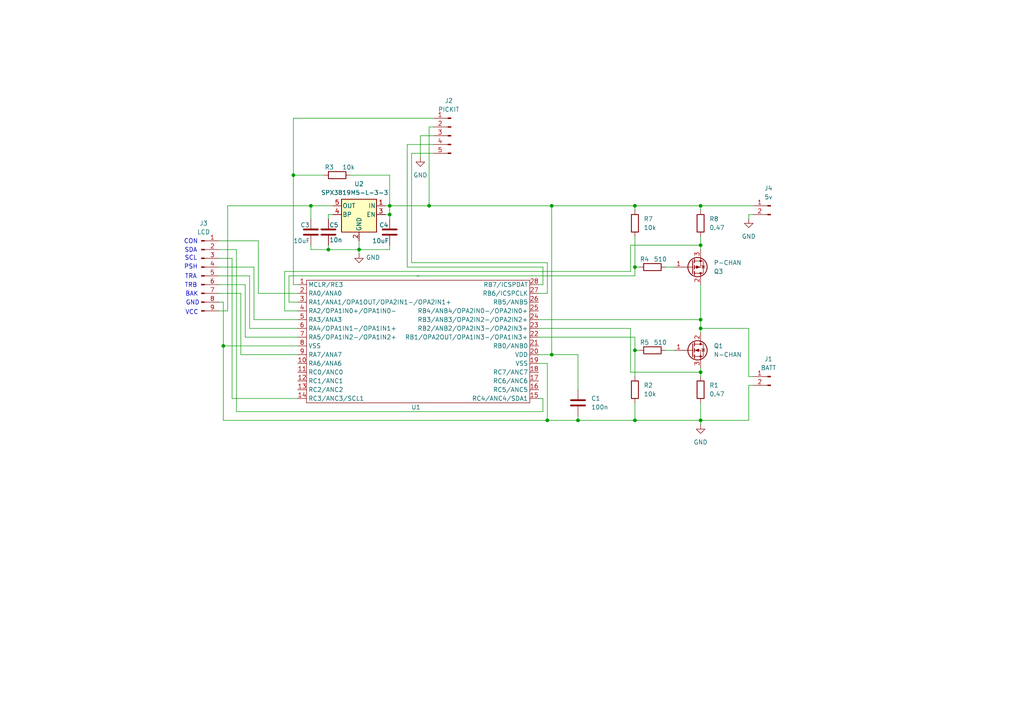
<source format=kicad_sch>
(kicad_sch (version 20231120) (generator "eeschema") (generator_version "8.0")
  (paper "A4")
  (lib_symbols
    (symbol "Connector:Conn_01x02_Pin" (pin_names (offset 1.016) hide)
      (property "Reference" "J" (at 0 2.54 0))
      (property "Value" "Conn_01x02_Pin" (at 0 -5.08 0))
      (symbol "Conn_01x02_Pin_1_1"
        (polyline (pts (xy 1.27 -2.54) (xy 0.8636 -2.54)) (stroke (width 0.1524)))
        (polyline (pts (xy 1.27 0) (xy 0.8636 0)) (stroke (width 0.1524)))
        (rectangle (start 0.8636 -2.413) (end 0 -2.667) (stroke (width 0.1524)) (fill (type outline)))
        (rectangle (start 0.8636 0.127) (end 0 -0.127) (stroke (width 0.1524)) (fill (type outline)))
        (pin passive line (at 5.08 0 180) (length 3.81) (name "Pin_1") (number "1"))
        (pin passive line (at 5.08 -2.54 180) (length 3.81) (name "Pin_2") (number "2"))
      )
    )
    (symbol "Connector:Conn_01x05_Pin" (pin_names (offset 1.016) hide)
      (property "Reference" "J" (at 0 7.62 0))
      (property "Value" "Conn_01x05_Pin" (at 0 -7.62 0))
      (symbol "Conn_01x05_Pin_1_1"
        (polyline (pts (xy 1.27 -5.08) (xy 0.8636 -5.08)) (stroke (width 0.1524)))
        (polyline (pts (xy 1.27 -2.54) (xy 0.8636 -2.54)) (stroke (width 0.1524)))
        (polyline (pts (xy 1.27 0) (xy 0.8636 0)) (stroke (width 0.1524)))
        (polyline (pts (xy 1.27 2.54) (xy 0.8636 2.54)) (stroke (width 0.1524)))
        (polyline (pts (xy 1.27 5.08) (xy 0.8636 5.08)) (stroke (width 0.1524)))
        (rectangle (start 0.8636 -4.953) (end 0 -5.207) (stroke (width 0.1524)) (fill (type outline)))
        (rectangle (start 0.8636 -2.413) (end 0 -2.667) (stroke (width 0.1524)) (fill (type outline)))
        (rectangle (start 0.8636 0.127) (end 0 -0.127) (stroke (width 0.1524)) (fill (type outline)))
        (rectangle (start 0.8636 2.667) (end 0 2.413) (stroke (width 0.1524)) (fill (type outline)))
        (rectangle (start 0.8636 5.207) (end 0 4.953) (stroke (width 0.1524)) (fill (type outline)))
        (pin passive line (at 5.08 5.08 180) (length 3.81) (name "Pin_1") (number "1"))
        (pin passive line (at 5.08 2.54 180) (length 3.81) (name "Pin_2") (number "2"))
        (pin passive line (at 5.08 0 180) (length 3.81) (name "Pin_3") (number "3"))
        (pin passive line (at 5.08 -2.54 180) (length 3.81) (name "Pin_4") (number "4"))
        (pin passive line (at 5.08 -5.08 180) (length 3.81) (name "Pin_5") (number "5"))
      )
    )
    (symbol "Connector:Conn_01x09_Pin" (pin_names (offset 1.016) hide)
      (property "Reference" "J" (at 0 12.7 0))
      (property "Value" "Conn_01x09_Pin" (at 0 -12.7 0))
      (symbol "Conn_01x09_Pin_1_1"
        (polyline (pts (xy 1.27 -10.16) (xy 0.8636 -10.16)) (stroke (width 0.1524)))
        (polyline (pts (xy 1.27 -7.62) (xy 0.8636 -7.62)) (stroke (width 0.1524)))
        (polyline (pts (xy 1.27 -5.08) (xy 0.8636 -5.08)) (stroke (width 0.1524)))
        (polyline (pts (xy 1.27 -2.54) (xy 0.8636 -2.54)) (stroke (width 0.1524)))
        (polyline (pts (xy 1.27 0) (xy 0.8636 0)) (stroke (width 0.1524)))
        (polyline (pts (xy 1.27 2.54) (xy 0.8636 2.54)) (stroke (width 0.1524)))
        (polyline (pts (xy 1.27 5.08) (xy 0.8636 5.08)) (stroke (width 0.1524)))
        (polyline (pts (xy 1.27 7.62) (xy 0.8636 7.62)) (stroke (width 0.1524)))
        (polyline (pts (xy 1.27 10.16) (xy 0.8636 10.16)) (stroke (width 0.1524)))
        (rectangle (start 0.8636 -10.033) (end 0 -10.287) (stroke (width 0.1524)) (fill (type outline)))
        (rectangle (start 0.8636 -7.493) (end 0 -7.747) (stroke (width 0.1524)) (fill (type outline)))
        (rectangle (start 0.8636 -4.953) (end 0 -5.207) (stroke (width 0.1524)) (fill (type outline)))
        (rectangle (start 0.8636 -2.413) (end 0 -2.667) (stroke (width 0.1524)) (fill (type outline)))
        (rectangle (start 0.8636 0.127) (end 0 -0.127) (stroke (width 0.1524)) (fill (type outline)))
        (rectangle (start 0.8636 2.667) (end 0 2.413) (stroke (width 0.1524)) (fill (type outline)))
        (rectangle (start 0.8636 5.207) (end 0 4.953) (stroke (width 0.1524)) (fill (type outline)))
        (rectangle (start 0.8636 7.747) (end 0 7.493) (stroke (width 0.1524)) (fill (type outline)))
        (rectangle (start 0.8636 10.287) (end 0 10.033) (stroke (width 0.1524)) (fill (type outline)))
        (pin passive line (at 5.08 10.16 180) (length 3.81) (name "Pin_1") (number "1"))
        (pin passive line (at 5.08 7.62 180) (length 3.81) (name "Pin_2") (number "2"))
        (pin passive line (at 5.08 5.08 180) (length 3.81) (name "Pin_3") (number "3"))
        (pin passive line (at 5.08 2.54 180) (length 3.81) (name "Pin_4") (number "4"))
        (pin passive line (at 5.08 0 180) (length 3.81) (name "Pin_5") (number "5"))
        (pin passive line (at 5.08 -2.54 180) (length 3.81) (name "Pin_6") (number "6"))
        (pin passive line (at 5.08 -5.08 180) (length 3.81) (name "Pin_7") (number "7"))
        (pin passive line (at 5.08 -7.62 180) (length 3.81) (name "Pin_8") (number "8"))
        (pin passive line (at 5.08 -10.16 180) (length 3.81) (name "Pin_9") (number "9"))
      )
    )
    (symbol "Device:C" (pin_numbers hide) (pin_names (offset 0.254))
      (property "Reference" "C" (at 0.635 2.54 0))
      (property "Value" "C" (at 0.635 -2.54 0))
      (symbol "C_0_1"
        (polyline (pts (xy -2.032 -0.762) (xy 2.032 -0.762)) (stroke (width 0.508)))
        (polyline (pts (xy -2.032 0.762) (xy 2.032 0.762)) (stroke (width 0.508)))
      )
      (symbol "C_1_1"
        (pin passive line (at 0 3.81 270) (length 2.794) (name "~") (number "1"))
        (pin passive line (at 0 -3.81 90) (length 2.794) (name "~") (number "2"))
      )
    )
    (symbol "Device:R" (pin_numbers hide) (pin_names (offset 0))
      (property "Reference" "R" (at 2.032 0 90))
      (property "Value" "R" (at 0 0 90))
      (symbol "R_0_1"
        (rectangle (start -1.016 -2.54) (end 1.016 2.54) (stroke (width 0.254)))
      )
      (symbol "R_1_1"
        (pin passive line (at 0 3.81 270) (length 1.27) (name "~") (number "1"))
        (pin passive line (at 0 -3.81 90) (length 1.27) (name "~") (number "2"))
      )
    )
    (symbol "Microchip:PIC18F25Q71"
      (property "Reference" "U" (at 0 22.86 0))
      (symbol "PIC18F25Q71_0_1"
        (rectangle (start -33.02 21.59) (end 31.75 -13.97))
      )
      (symbol "PIC18F25Q71_1_1"
        (pin bidirectional line (at -35.56 20.32 0) (length 2.54) (name "MCLR/RE3") (number "1"))
        (pin bidirectional line (at -35.56 -2.54 0) (length 2.54) (name "RA6/ANA6") (number "10"))
        (pin bidirectional line (at -35.56 -5.08 0) (length 2.54) (name "RC0/ANC0") (number "11"))
        (pin bidirectional line (at -35.56 -7.62 0) (length 2.54) (name "RC1/ANC1") (number "12"))
        (pin bidirectional line (at -35.56 -10.16 0) (length 2.54) (name "RC2/ANC2") (number "13"))
        (pin bidirectional line (at -35.56 -12.7 0) (length 2.54) (name "RC3/ANC3/SCL1") (number "14"))
        (pin bidirectional line (at 34.29 -12.7 180) (length 2.54) (name "RC4/ANC4/SDA1") (number "15"))
        (pin bidirectional line (at 34.29 -10.16 180) (length 2.54) (name "RC5/ANC5") (number "16"))
        (pin bidirectional line (at 34.29 -7.62 180) (length 2.54) (name "RC6/ANC6") (number "17"))
        (pin bidirectional line (at 34.29 -5.08 180) (length 2.54) (name "RC7/ANC7") (number "18"))
        (pin power_in line (at 34.29 -2.54 180) (length 2.54) (name "VSS") (number "19"))
        (pin bidirectional line (at -35.56 17.78 0) (length 2.54) (name "RA0/ANA0") (number "2"))
        (pin power_in line (at 34.29 0 180) (length 2.54) (name "VDD") (number "20"))
        (pin bidirectional line (at 34.29 2.54 180) (length 2.54) (name "RB0/ANB0") (number "21"))
        (pin bidirectional line (at 34.29 5.08 180) (length 2.54) (name "RB1/OPA2OUT/OPA1IN3-/OPA1IN3+") (number "22"))
        (pin bidirectional line (at 34.29 7.62 180) (length 2.54) (name "RB2/ANB2/OPA2IN3-/OPA2IN3+") (number "23"))
        (pin bidirectional line (at 34.29 10.16 180) (length 2.54) (name "RB3/ANB3/OPA2IN2-/OPA2IN2+") (number "24"))
        (pin bidirectional line (at 34.29 12.7 180) (length 2.54) (name "RB4/ANB4/OPA2IN0-/OPA2IN0+") (number "25"))
        (pin bidirectional line (at 34.29 15.24 180) (length 2.54) (name "RB5/ANB5") (number "26"))
        (pin bidirectional line (at 34.29 17.78 180) (length 2.54) (name "RB6/ICSPCLK") (number "27"))
        (pin bidirectional line (at 34.29 20.32 180) (length 2.54) (name "RB7/ICSPDAT") (number "28"))
        (pin bidirectional line (at -35.56 15.24 0) (length 2.54) (name "RA1/ANA1/OPA1OUT/OPA2IN1-/OPA2IN1+") (number "3"))
        (pin bidirectional line (at -35.56 12.7 0) (length 2.54) (name "RA2/OPA1IN0+/OPA1IN0-") (number "4"))
        (pin bidirectional line (at -35.56 10.16 0) (length 2.54) (name "RA3/ANA3") (number "5"))
        (pin bidirectional line (at -35.56 7.62 0) (length 2.54) (name "RA4/OPA1IN1-/OPA1IN1+") (number "6"))
        (pin bidirectional line (at -35.56 5.08 0) (length 2.54) (name "RA5/OPA1IN2-/OPA1IN2+") (number "7"))
        (pin power_in line (at -35.56 2.54 0) (length 2.54) (name "VSS") (number "8"))
        (pin bidirectional line (at -35.56 0 0) (length 2.54) (name "RA7/ANA7") (number "9"))
      )
    )
    (symbol "Regulator_Linear:SPX3819M5-L-3-3" (pin_names (offset 0.254))
      (property "Reference" "U" (at -3.81 5.715 0))
      (property "Value" "SPX3819M5-L-3-3" (at 0 5.715 0))
      (symbol "SPX3819M5-L-3-3_0_1"
        (rectangle (start -5.08 4.445) (end 5.08 -5.08) (stroke (width 0.254)) (fill (type background)))
      )
      (symbol "SPX3819M5-L-3-3_1_1"
        (pin power_in line (at -7.62 2.54 0) (length 2.54) (name "IN") (number "1"))
        (pin power_in line (at 0 -7.62 90) (length 2.54) (name "GND") (number "2"))
        (pin input line (at -7.62 0 0) (length 2.54) (name "EN") (number "3"))
        (pin input line (at 7.62 0 180) (length 2.54) (name "BP") (number "4"))
        (pin power_out line (at 7.62 2.54 180) (length 2.54) (name "OUT") (number "5"))
      )
    )
    (symbol "Transistor_FET:IRF540N" (pin_names hide)
      (property "Reference" "Q" (at 5.08 1.905 0))
      (property "Value" "IRF540N" (at 5.08 0 0))
      (symbol "IRF540N_0_1"
        (polyline (pts (xy 0.254 0) (xy -2.54 0)))
        (polyline (pts (xy 0.254 1.905) (xy 0.254 -1.905)) (stroke (width 0.254)))
        (polyline (pts (xy 0.762 -1.27) (xy 0.762 -2.286)) (stroke (width 0.254)))
        (polyline (pts (xy 0.762 0.508) (xy 0.762 -0.508)) (stroke (width 0.254)))
        (polyline (pts (xy 0.762 2.286) (xy 0.762 1.27)) (stroke (width 0.254)))
        (polyline (pts (xy 2.54 2.54) (xy 2.54 1.778)))
        (polyline (pts (xy 2.54 -2.54) (xy 2.54 0) (xy 0.762 0)))
        (polyline (pts (xy 0.762 -1.778) (xy 3.302 -1.778) (xy 3.302 1.778) (xy 0.762 1.778)))
        (polyline (pts (xy 1.016 0) (xy 2.032 0.381) (xy 2.032 -0.381) (xy 1.016 0)) (fill (type outline)))
        (polyline (pts (xy 2.794 0.508) (xy 2.921 0.381) (xy 3.683 0.381) (xy 3.81 0.254)))
        (polyline (pts (xy 3.302 0.381) (xy 2.921 -0.254) (xy 3.683 -0.254) (xy 3.302 0.381)))
        (circle (center 1.651 0) (radius 2.794) (stroke (width 0.254)))
        (circle (center 2.54 -1.778) (radius 0.254) (fill (type outline)))
        (circle (center 2.54 1.778) (radius 0.254) (fill (type outline)))
      )
      (symbol "IRF540N_1_1"
        (pin input line (at -5.08 0 0) (length 2.54) (name "G") (number "1"))
        (pin passive line (at 2.54 5.08 270) (length 2.54) (name "D") (number "2"))
        (pin passive line (at 2.54 -5.08 90) (length 2.54) (name "S") (number "3"))
      )
    )
    (symbol "Transistor_FET:IRF9540N" (pin_names hide)
      (property "Reference" "Q" (at 5.08 1.905 0))
      (property "Value" "IRF9540N" (at 5.08 0 0))
      (symbol "IRF9540N_0_1"
        (polyline (pts (xy 0.254 0) (xy -2.54 0)))
        (polyline (pts (xy 0.254 1.905) (xy 0.254 -1.905)) (stroke (width 0.254)))
        (polyline (pts (xy 0.762 -1.27) (xy 0.762 -2.286)) (stroke (width 0.254)))
        (polyline (pts (xy 0.762 0.508) (xy 0.762 -0.508)) (stroke (width 0.254)))
        (polyline (pts (xy 0.762 2.286) (xy 0.762 1.27)) (stroke (width 0.254)))
        (polyline (pts (xy 2.54 2.54) (xy 2.54 1.778)))
        (polyline (pts (xy 2.54 -2.54) (xy 2.54 0) (xy 0.762 0)))
        (polyline (pts (xy 0.762 1.778) (xy 3.302 1.778) (xy 3.302 -1.778) (xy 0.762 -1.778)))
        (polyline (pts (xy 2.286 0) (xy 1.27 0.381) (xy 1.27 -0.381) (xy 2.286 0)) (fill (type outline)))
        (polyline (pts (xy 2.794 -0.508) (xy 2.921 -0.381) (xy 3.683 -0.381) (xy 3.81 -0.254)))
        (polyline (pts (xy 3.302 -0.381) (xy 2.921 0.254) (xy 3.683 0.254) (xy 3.302 -0.381)))
        (circle (center 1.651 0) (radius 2.794) (stroke (width 0.254)))
        (circle (center 2.54 -1.778) (radius 0.254) (fill (type outline)))
        (circle (center 2.54 1.778) (radius 0.254) (fill (type outline)))
      )
      (symbol "IRF9540N_1_1"
        (pin input line (at -5.08 0 0) (length 2.54) (name "G") (number "1"))
        (pin passive line (at 2.54 5.08 270) (length 2.54) (name "D") (number "2"))
        (pin passive line (at 2.54 -5.08 90) (length 2.54) (name "S") (number "3"))
      )
    )
    (symbol "power:GND" (power) (pin_numbers hide) (pin_names (offset 0) hide)
      (property "Value" "GND" (at 0 -3.81 0))
      (symbol "GND_0_1"
        (polyline (pts (xy 0 0) (xy 0 -1.27) (xy 1.27 -1.27) (xy 0 -2.54) (xy -1.27 -1.27) (xy 0 -1.27)))
      )
      (symbol "GND_1_1"
        (pin power_in line (at 0 0 270) (length 0) (name "~") (number "1"))
      )
    )
  )
  (junction (at 160.02 102.87))
  (junction (at 203.2 59.69))
  (junction (at 85.09 50.8))
  (junction (at 113.03 59.69))
  (junction (at 203.2 121.92))
  (junction (at 184.15 121.92))
  (junction (at 104.14 72.39))
  (junction (at 203.2 95.25))
  (junction (at 184.15 59.69))
  (junction (at 160.02 59.69))
  (junction (at 64.77 100.33))
  (junction (at 90.17 59.69))
  (junction (at 158.75 121.92))
  (junction (at 95.25 72.39))
  (junction (at 184.15 101.6))
  (junction (at 113.03 62.23))
  (junction (at 184.15 77.47))
  (junction (at 167.64 121.92))
  (junction (at 124.46 59.69))
  (junction (at 203.2 92.71))
  (junction (at 203.2 71.12))
  (junction (at 203.2 107.95))
  (wire (pts (xy 113.03 72.39) (xy 104.14 72.39)))
  (wire (pts (xy 63.5 87.63) (xy 64.77 87.63)))
  (wire (pts (xy 64.77 100.33) (xy 86.36 100.33)))
  (wire (pts (xy 63.5 80.01) (xy 72.39 80.01)))
  (wire (pts (xy 156.21 85.09) (xy 158.75 85.09)))
  (wire (pts (xy 203.2 60.96) (xy 203.2 59.69)))
  (wire (pts (xy 203.2 92.71) (xy 203.2 95.25)))
  (wire (pts (xy 157.48 119.38) (xy 68.58 119.38)))
  (wire (pts (xy 63.5 77.47) (xy 73.66 77.47)))
  (wire (pts (xy 113.03 59.69) (xy 124.46 59.69)))
  (wire (pts (xy 118.11 77.47) (xy 118.11 41.91)))
  (wire (pts (xy 156.21 95.25) (xy 182.88 95.25)))
  (wire (pts (xy 119.38 76.2) (xy 119.38 44.45)))
  (wire (pts (xy 167.64 121.92) (xy 184.15 121.92)))
  (wire (pts (xy 90.17 59.69) (xy 96.52 59.69)))
  (wire (pts (xy 90.17 71.12) (xy 90.17 72.39)))
  (wire (pts (xy 85.09 50.8) (xy 93.98 50.8)))
  (wire (pts (xy 158.75 105.41) (xy 158.75 121.92)))
  (wire (pts (xy 111.76 62.23) (xy 113.03 62.23)))
  (wire (pts (xy 113.03 50.8) (xy 113.03 59.69)))
  (wire (pts (xy 157.48 77.47) (xy 118.11 77.47)))
  (wire (pts (xy 203.2 116.84) (xy 203.2 121.92)))
  (wire (pts (xy 157.48 82.55) (xy 157.48 77.47)))
  (wire (pts (xy 182.88 107.95) (xy 203.2 107.95)))
  (wire (pts (xy 184.15 68.58) (xy 184.15 77.47)))
  (wire (pts (xy 203.2 106.68) (xy 203.2 107.95)))
  (wire (pts (xy 86.36 90.17) (xy 82.55 90.17)))
  (wire (pts (xy 182.88 95.25) (xy 182.88 107.95)))
  (wire (pts (xy 95.25 62.23) (xy 96.52 62.23)))
  (wire (pts (xy 156.21 92.71) (xy 203.2 92.71)))
  (wire (pts (xy 86.36 92.71) (xy 73.66 92.71)))
  (wire (pts (xy 160.02 59.69) (xy 184.15 59.69)))
  (wire (pts (xy 156.21 102.87) (xy 160.02 102.87)))
  (wire (pts (xy 86.36 85.09) (xy 74.93 85.09)))
  (wire (pts (xy 157.48 115.57) (xy 157.48 119.38)))
  (wire (pts (xy 86.36 82.55) (xy 85.09 82.55)))
  (wire (pts (xy 184.15 101.6) (xy 184.15 109.22)))
  (wire (pts (xy 86.36 97.79) (xy 71.12 97.79)))
  (wire (pts (xy 217.17 111.76) (xy 217.17 121.92)))
  (wire (pts (xy 125.73 39.37) (xy 121.92 39.37)))
  (wire (pts (xy 85.09 34.29) (xy 125.73 34.29)))
  (wire (pts (xy 90.17 72.39) (xy 95.25 72.39)))
  (wire (pts (xy 218.44 109.22) (xy 217.17 109.22)))
  (wire (pts (xy 67.31 115.57) (xy 86.36 115.57)))
  (wire (pts (xy 72.39 95.25) (xy 72.39 80.01)))
  (wire (pts (xy 193.04 77.47) (xy 195.58 77.47)))
  (wire (pts (xy 218.44 62.23) (xy 217.17 62.23)))
  (wire (pts (xy 184.15 59.69) (xy 203.2 59.69)))
  (wire (pts (xy 83.82 80.01) (xy 184.15 80.01)))
  (wire (pts (xy 156.21 105.41) (xy 158.75 105.41)))
  (wire (pts (xy 203.2 121.92) (xy 203.2 123.19)))
  (wire (pts (xy 104.14 72.39) (xy 104.14 73.66)))
  (wire (pts (xy 182.88 78.74) (xy 182.88 71.12)))
  (wire (pts (xy 95.25 72.39) (xy 104.14 72.39)))
  (wire (pts (xy 158.75 76.2) (xy 119.38 76.2)))
  (wire (pts (xy 113.03 71.12) (xy 113.03 72.39)))
  (wire (pts (xy 203.2 107.95) (xy 203.2 109.22)))
  (wire (pts (xy 67.31 115.57) (xy 67.31 74.93)))
  (wire (pts (xy 193.04 101.6) (xy 195.58 101.6)))
  (wire (pts (xy 104.14 69.85) (xy 104.14 72.39)))
  (wire (pts (xy 85.09 50.8) (xy 85.09 34.29)))
  (wire (pts (xy 158.75 85.09) (xy 158.75 76.2)))
  (wire (pts (xy 158.75 121.92) (xy 167.64 121.92)))
  (wire (pts (xy 86.36 87.63) (xy 83.82 87.63)))
  (wire (pts (xy 83.82 87.63) (xy 83.82 80.01)))
  (wire (pts (xy 64.77 100.33) (xy 64.77 121.92)))
  (wire (pts (xy 167.64 102.87) (xy 160.02 102.87)))
  (wire (pts (xy 67.31 74.93) (xy 63.5 74.93)))
  (wire (pts (xy 82.55 90.17) (xy 82.55 78.74)))
  (wire (pts (xy 69.85 102.87) (xy 69.85 85.09)))
  (wire (pts (xy 203.2 68.58) (xy 203.2 71.12)))
  (wire (pts (xy 68.58 72.39) (xy 63.5 72.39)))
  (wire (pts (xy 160.02 102.87) (xy 160.02 59.69)))
  (wire (pts (xy 184.15 121.92) (xy 203.2 121.92)))
  (wire (pts (xy 217.17 95.25) (xy 217.17 109.22)))
  (wire (pts (xy 71.12 82.55) (xy 63.5 82.55)))
  (wire (pts (xy 218.44 111.76) (xy 217.17 111.76)))
  (wire (pts (xy 167.64 120.65) (xy 167.64 121.92)))
  (wire (pts (xy 185.42 77.47) (xy 184.15 77.47)))
  (wire (pts (xy 86.36 95.25) (xy 72.39 95.25)))
  (wire (pts (xy 182.88 71.12) (xy 203.2 71.12)))
  (wire (pts (xy 66.04 59.69) (xy 90.17 59.69)))
  (wire (pts (xy 101.6 50.8) (xy 113.03 50.8)))
  (wire (pts (xy 64.77 121.92) (xy 158.75 121.92)))
  (wire (pts (xy 63.5 69.85) (xy 74.93 69.85)))
  (wire (pts (xy 217.17 121.92) (xy 203.2 121.92)))
  (wire (pts (xy 111.76 59.69) (xy 113.03 59.69)))
  (wire (pts (xy 156.21 115.57) (xy 157.48 115.57)))
  (wire (pts (xy 71.12 97.79) (xy 71.12 82.55)))
  (wire (pts (xy 121.92 39.37) (xy 121.92 45.72)))
  (wire (pts (xy 73.66 92.71) (xy 73.66 77.47)))
  (wire (pts (xy 184.15 97.79) (xy 184.15 101.6)))
  (wire (pts (xy 203.2 59.69) (xy 218.44 59.69)))
  (wire (pts (xy 118.11 41.91) (xy 125.73 41.91)))
  (wire (pts (xy 82.55 78.74) (xy 182.88 78.74)))
  (wire (pts (xy 156.21 82.55) (xy 157.48 82.55)))
  (wire (pts (xy 124.46 59.69) (xy 160.02 59.69)))
  (wire (pts (xy 203.2 96.52) (xy 203.2 95.25)))
  (wire (pts (xy 217.17 62.23) (xy 217.17 63.5)))
  (wire (pts (xy 113.03 62.23) (xy 113.03 59.69)))
  (wire (pts (xy 119.38 44.45) (xy 125.73 44.45)))
  (wire (pts (xy 85.09 50.8) (xy 85.09 82.55)))
  (wire (pts (xy 203.2 82.55) (xy 203.2 92.71)))
  (wire (pts (xy 66.04 59.69) (xy 66.04 90.17)))
  (wire (pts (xy 203.2 71.12) (xy 203.2 72.39)))
  (wire (pts (xy 86.36 102.87) (xy 69.85 102.87)))
  (wire (pts (xy 125.73 36.83) (xy 124.46 36.83)))
  (wire (pts (xy 90.17 59.69) (xy 90.17 63.5)))
  (wire (pts (xy 203.2 95.25) (xy 217.17 95.25)))
  (wire (pts (xy 113.03 62.23) (xy 113.03 63.5)))
  (wire (pts (xy 124.46 36.83) (xy 124.46 59.69)))
  (wire (pts (xy 95.25 63.5) (xy 95.25 62.23)))
  (wire (pts (xy 63.5 90.17) (xy 66.04 90.17)))
  (wire (pts (xy 184.15 116.84) (xy 184.15 121.92)))
  (wire (pts (xy 64.77 87.63) (xy 64.77 100.33)))
  (wire (pts (xy 68.58 72.39) (xy 68.58 119.38)))
  (wire (pts (xy 184.15 80.01) (xy 184.15 77.47)))
  (wire (pts (xy 184.15 59.69) (xy 184.15 60.96)))
  (wire (pts (xy 185.42 101.6) (xy 184.15 101.6)))
  (wire (pts (xy 95.25 71.12) (xy 95.25 72.39)))
  (wire (pts (xy 156.21 97.79) (xy 184.15 97.79)))
  (wire (pts (xy 69.85 85.09) (xy 63.5 85.09)))
  (wire (pts (xy 167.64 113.03) (xy 167.64 102.87)))
  (wire (pts (xy 74.93 85.09) (xy 74.93 69.85)))
  (text "VCC" (at 55.626 90.678 0) (effects (font (size 1.27 1.27))))
  (text "CON" (at 55.372 70.104 0) (effects (font (size 1.27 1.27))))
  (text "SDA" (at 55.372 72.644 0) (effects (font (size 1.27 1.27))))
  (text "GND" (at 55.88 87.884 0) (effects (font (size 1.27 1.27))))
  (text "TRB" (at 55.372 82.804 0) (effects (font (size 1.27 1.27))))
  (text "TRA" (at 55.372 80.264 0) (effects (font (size 1.27 1.27))))
  (text "PSH" (at 55.372 77.47 0) (effects (font (size 1.27 1.27))))
  (text "BAK" (at 55.626 85.344 0) (effects (font (size 1.27 1.27))))
  (text "SCL" (at 55.372 74.93 0) (effects (font (size 1.27 1.27))))
  (symbol (lib_id "Device:C") (at 113.03 67.31 0) (unit 1)
    (property "Reference" "C4" (at 109.982 65.278 0) (effects (justify left)))
    (property "Value" "10uF" (at 107.95 69.85 0) (effects (justify left)))
    (property "Description" "Unpolarized capacitor" (effects (hide yes)))
  )
  (symbol (lib_id "Device:C") (at 90.17 67.31 0) (unit 1)
    (property "Reference" "C3" (at 87.122 65.278 0) (effects (justify left)))
    (property "Value" "10uF" (at 85.09 69.85 0) (effects (justify left)))
    (property "Description" "Unpolarized capacitor" (effects (hide yes)))
  )
  (symbol (lib_id "Regulator_Linear:SPX3819M5-L-3-3") (at 104.14 62.23 0) (mirror y) (unit 1)
    (property "Reference" "U2" (at 104.14 53.34 0))
    (property "Value" "SPX3819M5-L-3-3" (at 102.87 55.88 0))
    (property "Footprint" "Package_TO_SOT_SMD:SOT-23-5" (effects (hide yes)))
    (property "Datasheet" "https://www.exar.com/content/document.ashx?id=22106&languageid=1033&type=Datasheet&partnumber=SPX3819&filename=SPX3819.pdf&part=SPX3819" (effects (hide yes)))
    (property "Description" "500mA Low drop-out regulator, Fixed Output 3.3V, SOT-23-5" (effects (hide yes)))
  )
  (symbol (lib_id "Device:R") (at 203.2 64.77 0) (unit 1)
    (property "Reference" "R8" (at 205.74 63.4999 0) (effects (justify left)))
    (property "Value" "0.47" (at 205.74 66.0399 0) (effects (justify left)))
    (property "Description" "Resistor" (effects (hide yes)))
  )
  (symbol (lib_id "Device:R") (at 184.15 64.77 0) (unit 1)
    (property "Reference" "R7" (at 186.69 63.4999 0) (effects (justify left)))
    (property "Value" "10k" (at 186.69 66.0399 0) (effects (justify left)))
    (property "Description" "Resistor" (effects (hide yes)))
  )
  (symbol (lib_id "power:GND") (at 121.92 45.72 0) (unit 1)
    (property "Reference" "#PWR02" (effects (hide yes)))
    (property "Value" "GND" (at 121.92 50.8 0))
    (property "Description" "Power symbol creates a global label with name \"GND\" , ground" (effects (hide yes)))
  )
  (symbol (lib_id "power:GND") (at 104.14 73.66 0) (unit 1)
    (property "Reference" "#PWR03" (effects (hide yes)))
    (property "Value" "GND" (at 108.204 74.676 0))
    (property "Description" "Power symbol creates a global label with name \"GND\" , ground" (effects (hide yes)))
  )
  (symbol (lib_id "Microchip:PIC18F25Q71") (at 121.92 102.87 0) (unit 1)
    (property "Reference" "U1" (at 120.65 118.11 0))
    (property "Value" "~" (at 121.285 80.01 0))
  )
  (symbol (lib_id "Device:C") (at 167.64 116.84 0) (unit 1)
    (property "Reference" "C1" (at 171.45 115.5699 0) (effects (justify left)))
    (property "Value" "100n" (at 171.45 118.1099 0) (effects (justify left)))
    (property "Description" "Unpolarized capacitor" (effects (hide yes)))
  )
  (symbol (lib_id "Device:R") (at 189.23 77.47 90) (unit 1)
    (property "Reference" "R4" (at 186.944 75.184 90))
    (property "Value" "510" (at 191.516 75.184 90))
    (property "Description" "Resistor" (effects (hide yes)))
  )
  (symbol (lib_id "Device:R") (at 189.23 101.6 90) (unit 1)
    (property "Reference" "R5" (at 186.944 99.314 90))
    (property "Value" "510" (at 191.516 99.314 90))
    (property "Description" "Resistor" (effects (hide yes)))
  )
  (symbol (lib_id "Connector:Conn_01x09_Pin") (at 58.42 80.01 0) (unit 1)
    (property "Reference" "J3" (at 59.055 64.77 0))
    (property "Value" "LCD" (at 59.055 67.31 0))
    (property "Description" "Generic connector, single row, 01x09, script generated" (effects (hide yes)))
  )
  (symbol (lib_id "Connector:Conn_01x05_Pin") (at 130.81 39.37 0) (mirror y) (unit 1)
    (property "Reference" "J2" (at 130.175 29.21 0))
    (property "Value" "PICKIT" (at 130.175 31.75 0))
    (property "Description" "Generic connector, single row, 01x05, script generated" (effects (hide yes)))
  )
  (symbol (lib_id "Connector:Conn_01x02_Pin") (at 223.52 59.69 0) (mirror y) (unit 1)
    (property "Reference" "J4" (at 222.885 54.61 0))
    (property "Value" "5v" (at 222.885 57.15 0))
    (property "Description" "Generic connector, single row, 01x02, script generated" (effects (hide yes)))
  )
  (symbol (lib_id "Connector:Conn_01x02_Pin") (at 223.52 109.22 0) (mirror y) (unit 1)
    (property "Reference" "J1" (at 222.885 104.14 0))
    (property "Value" "BATT" (at 222.885 106.68 0))
    (property "Description" "Generic connector, single row, 01x02, script generated" (effects (hide yes)))
  )
  (symbol (lib_id "Device:R") (at 184.15 113.03 0) (unit 1)
    (property "Reference" "R2" (at 186.69 111.7599 0) (effects (justify left)))
    (property "Value" "10k" (at 186.69 114.2999 0) (effects (justify left)))
    (property "Description" "Resistor" (effects (hide yes)))
  )
  (symbol (lib_id "Device:R") (at 203.2 113.03 0) (unit 1)
    (property "Reference" "R1" (at 205.74 111.7599 0) (effects (justify left)))
    (property "Value" "0.47" (at 205.74 114.2999 0) (effects (justify left)))
    (property "Description" "Resistor" (effects (hide yes)))
  )
  (symbol (lib_id "Device:C") (at 95.25 67.31 0) (unit 1)
    (property "Reference" "C5" (at 95.504 65.278 0) (effects (justify left)))
    (property "Value" "10n" (at 95.504 69.596 0) (effects (justify left)))
    (property "Description" "Unpolarized capacitor" (effects (hide yes)))
  )
  (symbol (lib_id "power:GND") (at 203.2 123.19 0) (unit 1)
    (property "Reference" "#PWR01" (effects (hide yes)))
    (property "Value" "GND" (at 203.2 128.27 0))
    (property "Description" "Power symbol creates a global label with name \"GND\" , ground" (effects (hide yes)))
  )
  (symbol (lib_id "Device:R") (at 97.79 50.8 90) (unit 1)
    (property "Reference" "R3" (at 95.504 48.514 90))
    (property "Value" "10k" (at 101.092 48.514 90))
    (property "Description" "Resistor" (effects (hide yes)))
  )
  (symbol (lib_id "Transistor_FET:IRF9540N") (at 200.66 77.47 0) (mirror x) (unit 1)
    (property "Reference" "Q3" (at 207.01 78.7401 0) (effects (justify left)))
    (property "Value" "P-CHAN" (at 207.01 76.2001 0) (effects (justify left)))
    (property "Footprint" "Package_TO_SOT_THT:TO-220-3_Vertical" (effects (hide yes)))
    (property "Datasheet" "http://www.irf.com/product-info/datasheets/data/irf9540n.pdf" (effects (hide yes)))
    (property "Description" "-23A Id, -100V Vds, 117mOhm Rds, P-Channel HEXFET Power MOSFET, TO-220" (effects (hide yes)))
  )
  (symbol (lib_id "power:GND") (at 217.17 63.5 0) (unit 1)
    (property "Reference" "#PWR04" (effects (hide yes)))
    (property "Value" "GND" (at 217.17 68.58 0))
    (property "Description" "Power symbol creates a global label with name \"GND\" , ground" (effects (hide yes)))
  )
  (symbol (lib_id "Transistor_FET:IRF540N") (at 200.66 101.6 0) (unit 1)
    (property "Reference" "Q1" (at 207.01 100.3299 0) (effects (justify left)))
    (property "Value" "N-CHAN" (at 207.01 102.8699 0) (effects (justify left)))
    (property "Footprint" "Package_DirectFET:DirectFET_MX" (effects (hide yes)))
    (property "Datasheet" "http://www.irf.com/product-info/datasheets/data/irf540n.pdf" (effects (hide yes)))
    (property "Description" "33A Id, 100V Vds, HEXFET N-Channel MOSFET, TO-220" (effects (hide yes)))
  )
)
</source>
